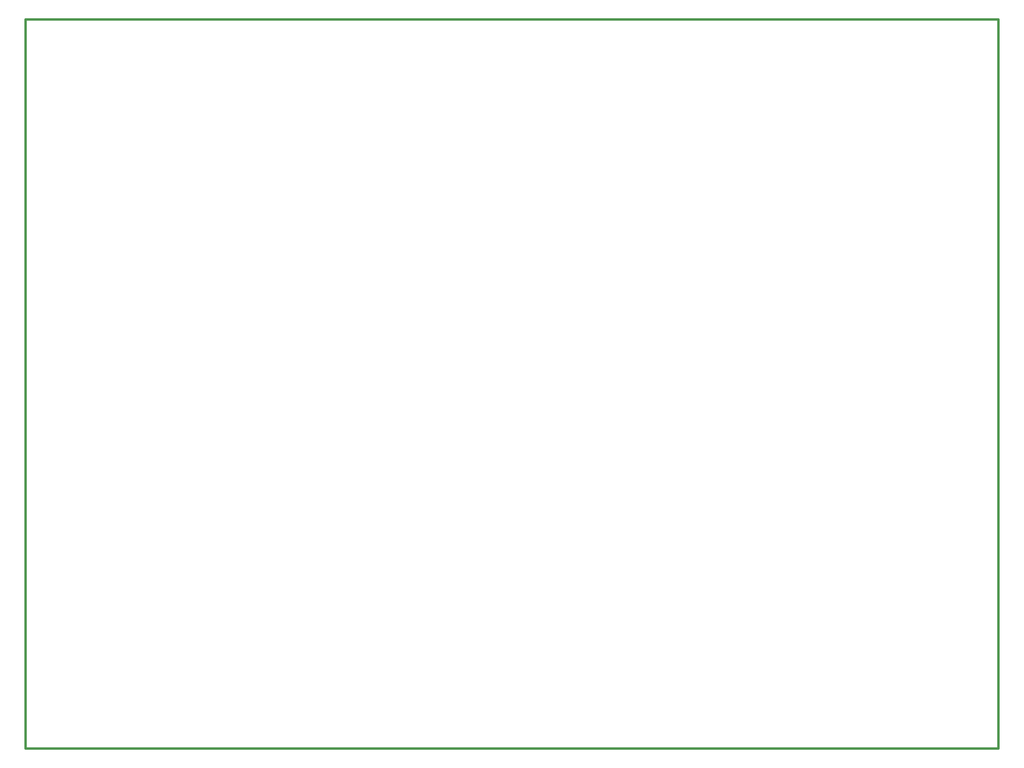
<source format=gbr>
%FSLAX23Y23*%
%MOIN*%
G04 EasyPC Gerber Version 17.0 Build 3379 *
%ADD80C,0.08782*%
X0Y0D02*
D02*
D80*
X35173Y4661D02*
Y31007D01*
X45*
Y4661*
X35173*
X0Y0D02*
M02*

</source>
